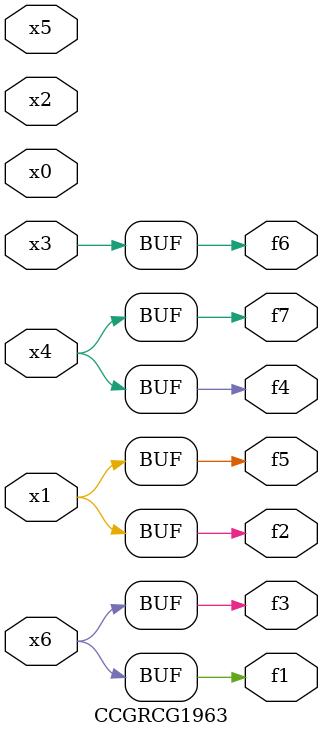
<source format=v>
module CCGRCG1963(
	input x0, x1, x2, x3, x4, x5, x6,
	output f1, f2, f3, f4, f5, f6, f7
);
	assign f1 = x6;
	assign f2 = x1;
	assign f3 = x6;
	assign f4 = x4;
	assign f5 = x1;
	assign f6 = x3;
	assign f7 = x4;
endmodule

</source>
